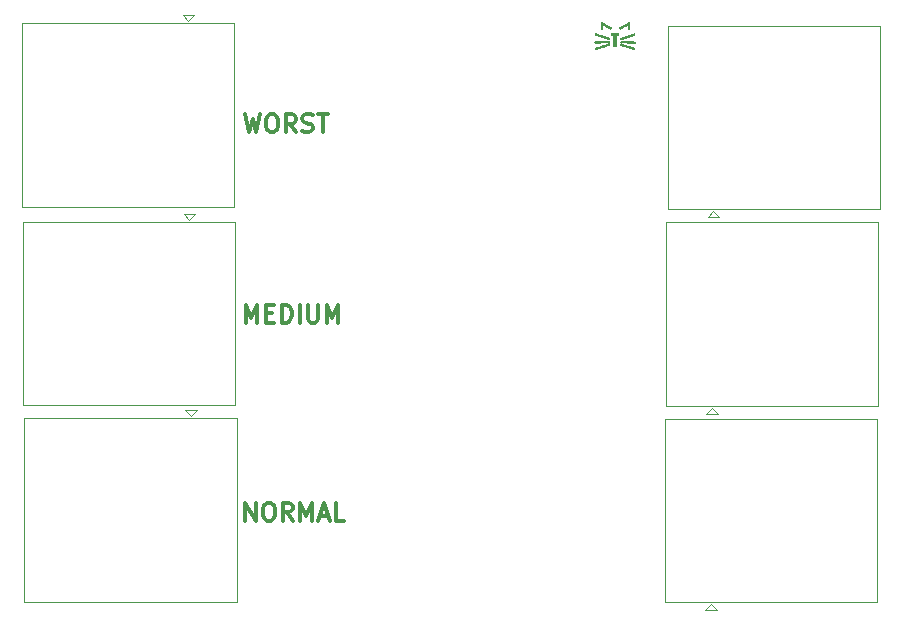
<source format=gbr>
G04 #@! TF.GenerationSoftware,KiCad,Pcbnew,(5.0.0)*
G04 #@! TF.CreationDate,2019-03-30T00:16:56-04:00*
G04 #@! TF.ProjectId,EthTester,4574685465737465722E6B696361645F,rev?*
G04 #@! TF.SameCoordinates,Original*
G04 #@! TF.FileFunction,Legend,Top*
G04 #@! TF.FilePolarity,Positive*
%FSLAX46Y46*%
G04 Gerber Fmt 4.6, Leading zero omitted, Abs format (unit mm)*
G04 Created by KiCad (PCBNEW (5.0.0)) date 03/30/19 00:16:56*
%MOMM*%
%LPD*%
G01*
G04 APERTURE LIST*
%ADD10C,0.300000*%
%ADD11C,0.120000*%
%ADD12C,0.010000*%
G04 APERTURE END LIST*
D10*
X113756714Y-76521571D02*
X114113857Y-78021571D01*
X114399571Y-76950142D01*
X114685285Y-78021571D01*
X115042428Y-76521571D01*
X115899571Y-76521571D02*
X116185285Y-76521571D01*
X116328142Y-76593000D01*
X116471000Y-76735857D01*
X116542428Y-77021571D01*
X116542428Y-77521571D01*
X116471000Y-77807285D01*
X116328142Y-77950142D01*
X116185285Y-78021571D01*
X115899571Y-78021571D01*
X115756714Y-77950142D01*
X115613857Y-77807285D01*
X115542428Y-77521571D01*
X115542428Y-77021571D01*
X115613857Y-76735857D01*
X115756714Y-76593000D01*
X115899571Y-76521571D01*
X118042428Y-78021571D02*
X117542428Y-77307285D01*
X117185285Y-78021571D02*
X117185285Y-76521571D01*
X117756714Y-76521571D01*
X117899571Y-76593000D01*
X117971000Y-76664428D01*
X118042428Y-76807285D01*
X118042428Y-77021571D01*
X117971000Y-77164428D01*
X117899571Y-77235857D01*
X117756714Y-77307285D01*
X117185285Y-77307285D01*
X118613857Y-77950142D02*
X118828142Y-78021571D01*
X119185285Y-78021571D01*
X119328142Y-77950142D01*
X119399571Y-77878714D01*
X119471000Y-77735857D01*
X119471000Y-77593000D01*
X119399571Y-77450142D01*
X119328142Y-77378714D01*
X119185285Y-77307285D01*
X118899571Y-77235857D01*
X118756714Y-77164428D01*
X118685285Y-77093000D01*
X118613857Y-76950142D01*
X118613857Y-76807285D01*
X118685285Y-76664428D01*
X118756714Y-76593000D01*
X118899571Y-76521571D01*
X119256714Y-76521571D01*
X119471000Y-76593000D01*
X119899571Y-76521571D02*
X120756714Y-76521571D01*
X120328142Y-78021571D02*
X120328142Y-76521571D01*
X113800428Y-94150571D02*
X113800428Y-92650571D01*
X114300428Y-93722000D01*
X114800428Y-92650571D01*
X114800428Y-94150571D01*
X115514714Y-93364857D02*
X116014714Y-93364857D01*
X116229000Y-94150571D02*
X115514714Y-94150571D01*
X115514714Y-92650571D01*
X116229000Y-92650571D01*
X116871857Y-94150571D02*
X116871857Y-92650571D01*
X117229000Y-92650571D01*
X117443285Y-92722000D01*
X117586142Y-92864857D01*
X117657571Y-93007714D01*
X117729000Y-93293428D01*
X117729000Y-93507714D01*
X117657571Y-93793428D01*
X117586142Y-93936285D01*
X117443285Y-94079142D01*
X117229000Y-94150571D01*
X116871857Y-94150571D01*
X118371857Y-94150571D02*
X118371857Y-92650571D01*
X119086142Y-92650571D02*
X119086142Y-93864857D01*
X119157571Y-94007714D01*
X119229000Y-94079142D01*
X119371857Y-94150571D01*
X119657571Y-94150571D01*
X119800428Y-94079142D01*
X119871857Y-94007714D01*
X119943285Y-93864857D01*
X119943285Y-92650571D01*
X120657571Y-94150571D02*
X120657571Y-92650571D01*
X121157571Y-93722000D01*
X121657571Y-92650571D01*
X121657571Y-94150571D01*
X113784571Y-110914571D02*
X113784571Y-109414571D01*
X114641714Y-110914571D01*
X114641714Y-109414571D01*
X115641714Y-109414571D02*
X115927428Y-109414571D01*
X116070285Y-109486000D01*
X116213142Y-109628857D01*
X116284571Y-109914571D01*
X116284571Y-110414571D01*
X116213142Y-110700285D01*
X116070285Y-110843142D01*
X115927428Y-110914571D01*
X115641714Y-110914571D01*
X115498857Y-110843142D01*
X115356000Y-110700285D01*
X115284571Y-110414571D01*
X115284571Y-109914571D01*
X115356000Y-109628857D01*
X115498857Y-109486000D01*
X115641714Y-109414571D01*
X117784571Y-110914571D02*
X117284571Y-110200285D01*
X116927428Y-110914571D02*
X116927428Y-109414571D01*
X117498857Y-109414571D01*
X117641714Y-109486000D01*
X117713142Y-109557428D01*
X117784571Y-109700285D01*
X117784571Y-109914571D01*
X117713142Y-110057428D01*
X117641714Y-110128857D01*
X117498857Y-110200285D01*
X116927428Y-110200285D01*
X118427428Y-110914571D02*
X118427428Y-109414571D01*
X118927428Y-110486000D01*
X119427428Y-109414571D01*
X119427428Y-110914571D01*
X120070285Y-110486000D02*
X120784571Y-110486000D01*
X119927428Y-110914571D02*
X120427428Y-109414571D01*
X120927428Y-110914571D01*
X122141714Y-110914571D02*
X121427428Y-110914571D01*
X121427428Y-109414571D01*
D11*
G04 #@! TO.C,J1*
X108547280Y-84935560D02*
X109047280Y-85435560D01*
X109547280Y-84935560D02*
X108547280Y-84935560D01*
X109047280Y-85435560D02*
X109547280Y-84935560D01*
X94967280Y-85620560D02*
X94967280Y-101140560D01*
X112927280Y-101140560D02*
X94967280Y-101140560D01*
X112927280Y-101140560D02*
X112927280Y-85620560D01*
X112927280Y-85620560D02*
X94967280Y-85620560D01*
G04 #@! TO.C,J2*
X108659040Y-101587800D02*
X109159040Y-102087800D01*
X109659040Y-101587800D02*
X108659040Y-101587800D01*
X109159040Y-102087800D02*
X109659040Y-101587800D01*
X95079040Y-102272800D02*
X95079040Y-117792800D01*
X113039040Y-117792800D02*
X95079040Y-117792800D01*
X113039040Y-117792800D02*
X113039040Y-102272800D01*
X113039040Y-102272800D02*
X95079040Y-102272800D01*
G04 #@! TO.C,J3*
X153910920Y-85208880D02*
X153410920Y-84708880D01*
X152910920Y-85208880D02*
X153910920Y-85208880D01*
X153410920Y-84708880D02*
X152910920Y-85208880D01*
X167490920Y-84523880D02*
X167490920Y-69003880D01*
X149530920Y-69003880D02*
X167490920Y-69003880D01*
X149530920Y-69003880D02*
X149530920Y-84523880D01*
X149530920Y-84523880D02*
X167490920Y-84523880D01*
G04 #@! TO.C,J4*
X149424240Y-101181200D02*
X167384240Y-101181200D01*
X149424240Y-85661200D02*
X149424240Y-101181200D01*
X149424240Y-85661200D02*
X167384240Y-85661200D01*
X167384240Y-101181200D02*
X167384240Y-85661200D01*
X153304240Y-101366200D02*
X152804240Y-101866200D01*
X152804240Y-101866200D02*
X153804240Y-101866200D01*
X153804240Y-101866200D02*
X153304240Y-101366200D01*
G04 #@! TO.C,J5*
X149317560Y-117833440D02*
X167277560Y-117833440D01*
X149317560Y-102313440D02*
X149317560Y-117833440D01*
X149317560Y-102313440D02*
X167277560Y-102313440D01*
X167277560Y-117833440D02*
X167277560Y-102313440D01*
X153197560Y-118018440D02*
X152697560Y-118518440D01*
X152697560Y-118518440D02*
X153697560Y-118518440D01*
X153697560Y-118518440D02*
X153197560Y-118018440D01*
G04 #@! TO.C,J6*
X112846000Y-68821000D02*
X94886000Y-68821000D01*
X112846000Y-84341000D02*
X112846000Y-68821000D01*
X112846000Y-84341000D02*
X94886000Y-84341000D01*
X94886000Y-68821000D02*
X94886000Y-84341000D01*
X108966000Y-68636000D02*
X109466000Y-68136000D01*
X109466000Y-68136000D02*
X108466000Y-68136000D01*
X108466000Y-68136000D02*
X108966000Y-68636000D01*
D12*
G04 #@! TO.C,G\002A\002A\002A*
G36*
X146291681Y-68693735D02*
X146291716Y-68701971D01*
X146291644Y-68715102D01*
X146291469Y-68732754D01*
X146291198Y-68754553D01*
X146290835Y-68780125D01*
X146290386Y-68809095D01*
X146289857Y-68841091D01*
X146289254Y-68875738D01*
X146288581Y-68912661D01*
X146287845Y-68951487D01*
X146287207Y-68983965D01*
X146286401Y-69024738D01*
X146285629Y-69064379D01*
X146284897Y-69102466D01*
X146284214Y-69138575D01*
X146283587Y-69172286D01*
X146283024Y-69203175D01*
X146282533Y-69230820D01*
X146282121Y-69254800D01*
X146281796Y-69274692D01*
X146281565Y-69290073D01*
X146281436Y-69300521D01*
X146281411Y-69304606D01*
X146281423Y-69333534D01*
X146159446Y-69333534D01*
X146161201Y-69276384D01*
X146161752Y-69257263D01*
X146162331Y-69235040D01*
X146162927Y-69210256D01*
X146163531Y-69183452D01*
X146164135Y-69155169D01*
X146164728Y-69125949D01*
X146165301Y-69096331D01*
X146165844Y-69066859D01*
X146166349Y-69038071D01*
X146166806Y-69010510D01*
X146167205Y-68984716D01*
X146167536Y-68961231D01*
X146167791Y-68940595D01*
X146167960Y-68923350D01*
X146168034Y-68910037D01*
X146168002Y-68901196D01*
X146167856Y-68897370D01*
X146167821Y-68897258D01*
X146165250Y-68898451D01*
X146158031Y-68902231D01*
X146146448Y-68908439D01*
X146130788Y-68916921D01*
X146111335Y-68927519D01*
X146088374Y-68940077D01*
X146062190Y-68954439D01*
X146033069Y-68970447D01*
X146001296Y-68987946D01*
X145967156Y-69006779D01*
X145930934Y-69026789D01*
X145892915Y-69047820D01*
X145853385Y-69069716D01*
X145832417Y-69081341D01*
X145792151Y-69103663D01*
X145753210Y-69125232D01*
X145715884Y-69145889D01*
X145680461Y-69165475D01*
X145647229Y-69183831D01*
X145616477Y-69200798D01*
X145588494Y-69216217D01*
X145563568Y-69229929D01*
X145541988Y-69241775D01*
X145524043Y-69251596D01*
X145510021Y-69259234D01*
X145500211Y-69264528D01*
X145494901Y-69267320D01*
X145494023Y-69267729D01*
X145491359Y-69266247D01*
X145486926Y-69260702D01*
X145480551Y-69250828D01*
X145472059Y-69236358D01*
X145462978Y-69220122D01*
X145454670Y-69204890D01*
X145447339Y-69191160D01*
X145441418Y-69179764D01*
X145437337Y-69171537D01*
X145435529Y-69167310D01*
X145435486Y-69167121D01*
X145437147Y-69165294D01*
X145442500Y-69161531D01*
X145451681Y-69155753D01*
X145464827Y-69147883D01*
X145482075Y-69137842D01*
X145503562Y-69125550D01*
X145529426Y-69110929D01*
X145559802Y-69093901D01*
X145594828Y-69074386D01*
X145634640Y-69052306D01*
X145649975Y-69043823D01*
X145689284Y-69022085D01*
X145732414Y-68998225D01*
X145778344Y-68972809D01*
X145826054Y-68946402D01*
X145874522Y-68919569D01*
X145922728Y-68892876D01*
X145969649Y-68866889D01*
X146014264Y-68842172D01*
X146055553Y-68819290D01*
X146077597Y-68807071D01*
X146109533Y-68789391D01*
X146140048Y-68772549D01*
X146168781Y-68756741D01*
X146195375Y-68742161D01*
X146219470Y-68729004D01*
X146240707Y-68717467D01*
X146258727Y-68707743D01*
X146273171Y-68700028D01*
X146283680Y-68694517D01*
X146289896Y-68691405D01*
X146291532Y-68690769D01*
X146291681Y-68693735D01*
X146291681Y-68693735D01*
G37*
X146291681Y-68693735D02*
X146291716Y-68701971D01*
X146291644Y-68715102D01*
X146291469Y-68732754D01*
X146291198Y-68754553D01*
X146290835Y-68780125D01*
X146290386Y-68809095D01*
X146289857Y-68841091D01*
X146289254Y-68875738D01*
X146288581Y-68912661D01*
X146287845Y-68951487D01*
X146287207Y-68983965D01*
X146286401Y-69024738D01*
X146285629Y-69064379D01*
X146284897Y-69102466D01*
X146284214Y-69138575D01*
X146283587Y-69172286D01*
X146283024Y-69203175D01*
X146282533Y-69230820D01*
X146282121Y-69254800D01*
X146281796Y-69274692D01*
X146281565Y-69290073D01*
X146281436Y-69300521D01*
X146281411Y-69304606D01*
X146281423Y-69333534D01*
X146159446Y-69333534D01*
X146161201Y-69276384D01*
X146161752Y-69257263D01*
X146162331Y-69235040D01*
X146162927Y-69210256D01*
X146163531Y-69183452D01*
X146164135Y-69155169D01*
X146164728Y-69125949D01*
X146165301Y-69096331D01*
X146165844Y-69066859D01*
X146166349Y-69038071D01*
X146166806Y-69010510D01*
X146167205Y-68984716D01*
X146167536Y-68961231D01*
X146167791Y-68940595D01*
X146167960Y-68923350D01*
X146168034Y-68910037D01*
X146168002Y-68901196D01*
X146167856Y-68897370D01*
X146167821Y-68897258D01*
X146165250Y-68898451D01*
X146158031Y-68902231D01*
X146146448Y-68908439D01*
X146130788Y-68916921D01*
X146111335Y-68927519D01*
X146088374Y-68940077D01*
X146062190Y-68954439D01*
X146033069Y-68970447D01*
X146001296Y-68987946D01*
X145967156Y-69006779D01*
X145930934Y-69026789D01*
X145892915Y-69047820D01*
X145853385Y-69069716D01*
X145832417Y-69081341D01*
X145792151Y-69103663D01*
X145753210Y-69125232D01*
X145715884Y-69145889D01*
X145680461Y-69165475D01*
X145647229Y-69183831D01*
X145616477Y-69200798D01*
X145588494Y-69216217D01*
X145563568Y-69229929D01*
X145541988Y-69241775D01*
X145524043Y-69251596D01*
X145510021Y-69259234D01*
X145500211Y-69264528D01*
X145494901Y-69267320D01*
X145494023Y-69267729D01*
X145491359Y-69266247D01*
X145486926Y-69260702D01*
X145480551Y-69250828D01*
X145472059Y-69236358D01*
X145462978Y-69220122D01*
X145454670Y-69204890D01*
X145447339Y-69191160D01*
X145441418Y-69179764D01*
X145437337Y-69171537D01*
X145435529Y-69167310D01*
X145435486Y-69167121D01*
X145437147Y-69165294D01*
X145442500Y-69161531D01*
X145451681Y-69155753D01*
X145464827Y-69147883D01*
X145482075Y-69137842D01*
X145503562Y-69125550D01*
X145529426Y-69110929D01*
X145559802Y-69093901D01*
X145594828Y-69074386D01*
X145634640Y-69052306D01*
X145649975Y-69043823D01*
X145689284Y-69022085D01*
X145732414Y-68998225D01*
X145778344Y-68972809D01*
X145826054Y-68946402D01*
X145874522Y-68919569D01*
X145922728Y-68892876D01*
X145969649Y-68866889D01*
X146014264Y-68842172D01*
X146055553Y-68819290D01*
X146077597Y-68807071D01*
X146109533Y-68789391D01*
X146140048Y-68772549D01*
X146168781Y-68756741D01*
X146195375Y-68742161D01*
X146219470Y-68729004D01*
X146240707Y-68717467D01*
X146258727Y-68707743D01*
X146273171Y-68700028D01*
X146283680Y-68694517D01*
X146289896Y-68691405D01*
X146291532Y-68690769D01*
X146291681Y-68693735D01*
G36*
X143872208Y-68691914D02*
X143879427Y-68695598D01*
X143890899Y-68701656D01*
X143906282Y-68709905D01*
X143925236Y-68720158D01*
X143947423Y-68732231D01*
X143972501Y-68745938D01*
X144000130Y-68761094D01*
X144029972Y-68777515D01*
X144061685Y-68795014D01*
X144094929Y-68813407D01*
X144107527Y-68820388D01*
X144147028Y-68842287D01*
X144189237Y-68865678D01*
X144233331Y-68890106D01*
X144278488Y-68915116D01*
X144323887Y-68940254D01*
X144368706Y-68965064D01*
X144412124Y-68989092D01*
X144453318Y-69011882D01*
X144491468Y-69032981D01*
X144525750Y-69051932D01*
X144535176Y-69057141D01*
X144571439Y-69077200D01*
X144603031Y-69094731D01*
X144630239Y-69109900D01*
X144653349Y-69122875D01*
X144672650Y-69133823D01*
X144688429Y-69142911D01*
X144700973Y-69150307D01*
X144710568Y-69156178D01*
X144717504Y-69160692D01*
X144722066Y-69164016D01*
X144724542Y-69166317D01*
X144725219Y-69167762D01*
X144725205Y-69167841D01*
X144723522Y-69171810D01*
X144719537Y-69179853D01*
X144713697Y-69191112D01*
X144706445Y-69204731D01*
X144698229Y-69219852D01*
X144697685Y-69220842D01*
X144687352Y-69239306D01*
X144679272Y-69252943D01*
X144673271Y-69262022D01*
X144669172Y-69266812D01*
X144667111Y-69267729D01*
X144664175Y-69266255D01*
X144656593Y-69262200D01*
X144644654Y-69255722D01*
X144628646Y-69246979D01*
X144608859Y-69236132D01*
X144585580Y-69223339D01*
X144559099Y-69208759D01*
X144529704Y-69192551D01*
X144497684Y-69174874D01*
X144463327Y-69155887D01*
X144426922Y-69135749D01*
X144388758Y-69114618D01*
X144349123Y-69092655D01*
X144328717Y-69081341D01*
X144288516Y-69059059D01*
X144249678Y-69037561D01*
X144212489Y-69017004D01*
X144177234Y-68997543D01*
X144144198Y-68979335D01*
X144113667Y-68962537D01*
X144085925Y-68947305D01*
X144061258Y-68933796D01*
X144039951Y-68922166D01*
X144022289Y-68912571D01*
X144008557Y-68905168D01*
X143999040Y-68900114D01*
X143994024Y-68897566D01*
X143993289Y-68897282D01*
X143993122Y-68900241D01*
X143993070Y-68908303D01*
X143993125Y-68920925D01*
X143993277Y-68937567D01*
X143993516Y-68957687D01*
X143993833Y-68980745D01*
X143994220Y-69006198D01*
X143994665Y-69033506D01*
X143995160Y-69062128D01*
X143995696Y-69091522D01*
X143996262Y-69121147D01*
X143996850Y-69150462D01*
X143997451Y-69178926D01*
X143998054Y-69205998D01*
X143998650Y-69231136D01*
X143999230Y-69253800D01*
X143999784Y-69273447D01*
X143999917Y-69277795D01*
X144001647Y-69333534D01*
X143879711Y-69333534D01*
X143879721Y-69304606D01*
X143879666Y-69297769D01*
X143879503Y-69285711D01*
X143879240Y-69268854D01*
X143878885Y-69247621D01*
X143878445Y-69222434D01*
X143877928Y-69193715D01*
X143877342Y-69161886D01*
X143876694Y-69127370D01*
X143875992Y-69090589D01*
X143875244Y-69051965D01*
X143874457Y-69011920D01*
X143873902Y-68983988D01*
X143873115Y-68943899D01*
X143872389Y-68905411D01*
X143871727Y-68868898D01*
X143871137Y-68834733D01*
X143870623Y-68803291D01*
X143870190Y-68774946D01*
X143869845Y-68750071D01*
X143869593Y-68729042D01*
X143869439Y-68712232D01*
X143869389Y-68700014D01*
X143869449Y-68692764D01*
X143869580Y-68690791D01*
X143872208Y-68691914D01*
X143872208Y-68691914D01*
G37*
X143872208Y-68691914D02*
X143879427Y-68695598D01*
X143890899Y-68701656D01*
X143906282Y-68709905D01*
X143925236Y-68720158D01*
X143947423Y-68732231D01*
X143972501Y-68745938D01*
X144000130Y-68761094D01*
X144029972Y-68777515D01*
X144061685Y-68795014D01*
X144094929Y-68813407D01*
X144107527Y-68820388D01*
X144147028Y-68842287D01*
X144189237Y-68865678D01*
X144233331Y-68890106D01*
X144278488Y-68915116D01*
X144323887Y-68940254D01*
X144368706Y-68965064D01*
X144412124Y-68989092D01*
X144453318Y-69011882D01*
X144491468Y-69032981D01*
X144525750Y-69051932D01*
X144535176Y-69057141D01*
X144571439Y-69077200D01*
X144603031Y-69094731D01*
X144630239Y-69109900D01*
X144653349Y-69122875D01*
X144672650Y-69133823D01*
X144688429Y-69142911D01*
X144700973Y-69150307D01*
X144710568Y-69156178D01*
X144717504Y-69160692D01*
X144722066Y-69164016D01*
X144724542Y-69166317D01*
X144725219Y-69167762D01*
X144725205Y-69167841D01*
X144723522Y-69171810D01*
X144719537Y-69179853D01*
X144713697Y-69191112D01*
X144706445Y-69204731D01*
X144698229Y-69219852D01*
X144697685Y-69220842D01*
X144687352Y-69239306D01*
X144679272Y-69252943D01*
X144673271Y-69262022D01*
X144669172Y-69266812D01*
X144667111Y-69267729D01*
X144664175Y-69266255D01*
X144656593Y-69262200D01*
X144644654Y-69255722D01*
X144628646Y-69246979D01*
X144608859Y-69236132D01*
X144585580Y-69223339D01*
X144559099Y-69208759D01*
X144529704Y-69192551D01*
X144497684Y-69174874D01*
X144463327Y-69155887D01*
X144426922Y-69135749D01*
X144388758Y-69114618D01*
X144349123Y-69092655D01*
X144328717Y-69081341D01*
X144288516Y-69059059D01*
X144249678Y-69037561D01*
X144212489Y-69017004D01*
X144177234Y-68997543D01*
X144144198Y-68979335D01*
X144113667Y-68962537D01*
X144085925Y-68947305D01*
X144061258Y-68933796D01*
X144039951Y-68922166D01*
X144022289Y-68912571D01*
X144008557Y-68905168D01*
X143999040Y-68900114D01*
X143994024Y-68897566D01*
X143993289Y-68897282D01*
X143993122Y-68900241D01*
X143993070Y-68908303D01*
X143993125Y-68920925D01*
X143993277Y-68937567D01*
X143993516Y-68957687D01*
X143993833Y-68980745D01*
X143994220Y-69006198D01*
X143994665Y-69033506D01*
X143995160Y-69062128D01*
X143995696Y-69091522D01*
X143996262Y-69121147D01*
X143996850Y-69150462D01*
X143997451Y-69178926D01*
X143998054Y-69205998D01*
X143998650Y-69231136D01*
X143999230Y-69253800D01*
X143999784Y-69273447D01*
X143999917Y-69277795D01*
X144001647Y-69333534D01*
X143879711Y-69333534D01*
X143879721Y-69304606D01*
X143879666Y-69297769D01*
X143879503Y-69285711D01*
X143879240Y-69268854D01*
X143878885Y-69247621D01*
X143878445Y-69222434D01*
X143877928Y-69193715D01*
X143877342Y-69161886D01*
X143876694Y-69127370D01*
X143875992Y-69090589D01*
X143875244Y-69051965D01*
X143874457Y-69011920D01*
X143873902Y-68983988D01*
X143873115Y-68943899D01*
X143872389Y-68905411D01*
X143871727Y-68868898D01*
X143871137Y-68834733D01*
X143870623Y-68803291D01*
X143870190Y-68774946D01*
X143869845Y-68750071D01*
X143869593Y-68729042D01*
X143869439Y-68712232D01*
X143869389Y-68700014D01*
X143869449Y-68692764D01*
X143869580Y-68690791D01*
X143872208Y-68691914D01*
G36*
X143415763Y-69667411D02*
X143423699Y-69669911D01*
X143436404Y-69673961D01*
X143453582Y-69679464D01*
X143474934Y-69686323D01*
X143500163Y-69694443D01*
X143528972Y-69703726D01*
X143561063Y-69714077D01*
X143596140Y-69725400D01*
X143633904Y-69737597D01*
X143674058Y-69750573D01*
X143716304Y-69764231D01*
X143760346Y-69778475D01*
X143805887Y-69793208D01*
X143852627Y-69808335D01*
X143900271Y-69823758D01*
X143948521Y-69839382D01*
X143997079Y-69855110D01*
X144045648Y-69870846D01*
X144093931Y-69886494D01*
X144141630Y-69901956D01*
X144188448Y-69917138D01*
X144234087Y-69931941D01*
X144278251Y-69946271D01*
X144320641Y-69960031D01*
X144360960Y-69973124D01*
X144398911Y-69985454D01*
X144434197Y-69996925D01*
X144466519Y-70007441D01*
X144495581Y-70016904D01*
X144521086Y-70025219D01*
X144542735Y-70032290D01*
X144560232Y-70038020D01*
X144573279Y-70042312D01*
X144581579Y-70045071D01*
X144584834Y-70046199D01*
X144584870Y-70046219D01*
X144584489Y-70049183D01*
X144582619Y-70056509D01*
X144579564Y-70067234D01*
X144575627Y-70080401D01*
X144571113Y-70095047D01*
X144566325Y-70110214D01*
X144561566Y-70124940D01*
X144557142Y-70138267D01*
X144553354Y-70149233D01*
X144550508Y-70156879D01*
X144548906Y-70160244D01*
X144548775Y-70160321D01*
X144545976Y-70159453D01*
X144538051Y-70156926D01*
X144525245Y-70152818D01*
X144507801Y-70147208D01*
X144485965Y-70140176D01*
X144459980Y-70131800D01*
X144430090Y-70122159D01*
X144396541Y-70111332D01*
X144359576Y-70099398D01*
X144319440Y-70086435D01*
X144276376Y-70072523D01*
X144230630Y-70057740D01*
X144182445Y-70042166D01*
X144132067Y-70025879D01*
X144079738Y-70008957D01*
X144025704Y-69991481D01*
X143970209Y-69973528D01*
X143961556Y-69970729D01*
X143905871Y-69952712D01*
X143851618Y-69935157D01*
X143799041Y-69918144D01*
X143748383Y-69901750D01*
X143699889Y-69886055D01*
X143653802Y-69871139D01*
X143610366Y-69857079D01*
X143569824Y-69843954D01*
X143532421Y-69831845D01*
X143498400Y-69820829D01*
X143468005Y-69810985D01*
X143441480Y-69802393D01*
X143419068Y-69795131D01*
X143401013Y-69789278D01*
X143387559Y-69784913D01*
X143378950Y-69782116D01*
X143375429Y-69780964D01*
X143375354Y-69780938D01*
X143375896Y-69778252D01*
X143377945Y-69771174D01*
X143381189Y-69760655D01*
X143385317Y-69747646D01*
X143390016Y-69733098D01*
X143394975Y-69717962D01*
X143399880Y-69703189D01*
X143404421Y-69689730D01*
X143408285Y-69678536D01*
X143411159Y-69670558D01*
X143412732Y-69666747D01*
X143412893Y-69666556D01*
X143415763Y-69667411D01*
X143415763Y-69667411D01*
G37*
X143415763Y-69667411D02*
X143423699Y-69669911D01*
X143436404Y-69673961D01*
X143453582Y-69679464D01*
X143474934Y-69686323D01*
X143500163Y-69694443D01*
X143528972Y-69703726D01*
X143561063Y-69714077D01*
X143596140Y-69725400D01*
X143633904Y-69737597D01*
X143674058Y-69750573D01*
X143716304Y-69764231D01*
X143760346Y-69778475D01*
X143805887Y-69793208D01*
X143852627Y-69808335D01*
X143900271Y-69823758D01*
X143948521Y-69839382D01*
X143997079Y-69855110D01*
X144045648Y-69870846D01*
X144093931Y-69886494D01*
X144141630Y-69901956D01*
X144188448Y-69917138D01*
X144234087Y-69931941D01*
X144278251Y-69946271D01*
X144320641Y-69960031D01*
X144360960Y-69973124D01*
X144398911Y-69985454D01*
X144434197Y-69996925D01*
X144466519Y-70007441D01*
X144495581Y-70016904D01*
X144521086Y-70025219D01*
X144542735Y-70032290D01*
X144560232Y-70038020D01*
X144573279Y-70042312D01*
X144581579Y-70045071D01*
X144584834Y-70046199D01*
X144584870Y-70046219D01*
X144584489Y-70049183D01*
X144582619Y-70056509D01*
X144579564Y-70067234D01*
X144575627Y-70080401D01*
X144571113Y-70095047D01*
X144566325Y-70110214D01*
X144561566Y-70124940D01*
X144557142Y-70138267D01*
X144553354Y-70149233D01*
X144550508Y-70156879D01*
X144548906Y-70160244D01*
X144548775Y-70160321D01*
X144545976Y-70159453D01*
X144538051Y-70156926D01*
X144525245Y-70152818D01*
X144507801Y-70147208D01*
X144485965Y-70140176D01*
X144459980Y-70131800D01*
X144430090Y-70122159D01*
X144396541Y-70111332D01*
X144359576Y-70099398D01*
X144319440Y-70086435D01*
X144276376Y-70072523D01*
X144230630Y-70057740D01*
X144182445Y-70042166D01*
X144132067Y-70025879D01*
X144079738Y-70008957D01*
X144025704Y-69991481D01*
X143970209Y-69973528D01*
X143961556Y-69970729D01*
X143905871Y-69952712D01*
X143851618Y-69935157D01*
X143799041Y-69918144D01*
X143748383Y-69901750D01*
X143699889Y-69886055D01*
X143653802Y-69871139D01*
X143610366Y-69857079D01*
X143569824Y-69843954D01*
X143532421Y-69831845D01*
X143498400Y-69820829D01*
X143468005Y-69810985D01*
X143441480Y-69802393D01*
X143419068Y-69795131D01*
X143401013Y-69789278D01*
X143387559Y-69784913D01*
X143378950Y-69782116D01*
X143375429Y-69780964D01*
X143375354Y-69780938D01*
X143375896Y-69778252D01*
X143377945Y-69771174D01*
X143381189Y-69760655D01*
X143385317Y-69747646D01*
X143390016Y-69733098D01*
X143394975Y-69717962D01*
X143399880Y-69703189D01*
X143404421Y-69689730D01*
X143408285Y-69678536D01*
X143411159Y-69670558D01*
X143412732Y-69666747D01*
X143412893Y-69666556D01*
X143415763Y-69667411D01*
G36*
X146684105Y-69676008D02*
X146685734Y-69679392D01*
X146688597Y-69687071D01*
X146692386Y-69698069D01*
X146696795Y-69711409D01*
X146701519Y-69726117D01*
X146706250Y-69741215D01*
X146710683Y-69755729D01*
X146714511Y-69768681D01*
X146717428Y-69779097D01*
X146719128Y-69785999D01*
X146719372Y-69788394D01*
X146716616Y-69789366D01*
X146708788Y-69791978D01*
X146696185Y-69796135D01*
X146679105Y-69801739D01*
X146657846Y-69808694D01*
X146632706Y-69816904D01*
X146603983Y-69826271D01*
X146571975Y-69836700D01*
X146536979Y-69848093D01*
X146499294Y-69860354D01*
X146459217Y-69873386D01*
X146417046Y-69887093D01*
X146373079Y-69901378D01*
X146327614Y-69916144D01*
X146280949Y-69931296D01*
X146233382Y-69946735D01*
X146185209Y-69962366D01*
X146136731Y-69978092D01*
X146088243Y-69993817D01*
X146040045Y-70009443D01*
X145992433Y-70024874D01*
X145945706Y-70040014D01*
X145900162Y-70054766D01*
X145856099Y-70069033D01*
X145813814Y-70082719D01*
X145773605Y-70095726D01*
X145735770Y-70107959D01*
X145700608Y-70119321D01*
X145668415Y-70129715D01*
X145639490Y-70139045D01*
X145614130Y-70147214D01*
X145592634Y-70154125D01*
X145575300Y-70159681D01*
X145562424Y-70163787D01*
X145554306Y-70166345D01*
X145551878Y-70167087D01*
X145549858Y-70167232D01*
X145547903Y-70165977D01*
X145545731Y-70162674D01*
X145543062Y-70156677D01*
X145539613Y-70147340D01*
X145535103Y-70134017D01*
X145529250Y-70116061D01*
X145528079Y-70112430D01*
X145522740Y-70095597D01*
X145518162Y-70080632D01*
X145514579Y-70068345D01*
X145512223Y-70059546D01*
X145511331Y-70055046D01*
X145511388Y-70054650D01*
X145514246Y-70053577D01*
X145522171Y-70050878D01*
X145534864Y-70046647D01*
X145552028Y-70040981D01*
X145573367Y-70033976D01*
X145598582Y-70025728D01*
X145627378Y-70016332D01*
X145659456Y-70005885D01*
X145694520Y-69994482D01*
X145732272Y-69982220D01*
X145772416Y-69969194D01*
X145814654Y-69955501D01*
X145858689Y-69941236D01*
X145904224Y-69926495D01*
X145950962Y-69911374D01*
X145998605Y-69895970D01*
X146046857Y-69880377D01*
X146095420Y-69864692D01*
X146143997Y-69849012D01*
X146192292Y-69833431D01*
X146240006Y-69818046D01*
X146286843Y-69802953D01*
X146332506Y-69788247D01*
X146376697Y-69774025D01*
X146419120Y-69760383D01*
X146459477Y-69747416D01*
X146497471Y-69735220D01*
X146532805Y-69723892D01*
X146565181Y-69713528D01*
X146594303Y-69704222D01*
X146619874Y-69696072D01*
X146641596Y-69689173D01*
X146659172Y-69683621D01*
X146672306Y-69679512D01*
X146680699Y-69676942D01*
X146684055Y-69676007D01*
X146684105Y-69676008D01*
X146684105Y-69676008D01*
G37*
X146684105Y-69676008D02*
X146685734Y-69679392D01*
X146688597Y-69687071D01*
X146692386Y-69698069D01*
X146696795Y-69711409D01*
X146701519Y-69726117D01*
X146706250Y-69741215D01*
X146710683Y-69755729D01*
X146714511Y-69768681D01*
X146717428Y-69779097D01*
X146719128Y-69785999D01*
X146719372Y-69788394D01*
X146716616Y-69789366D01*
X146708788Y-69791978D01*
X146696185Y-69796135D01*
X146679105Y-69801739D01*
X146657846Y-69808694D01*
X146632706Y-69816904D01*
X146603983Y-69826271D01*
X146571975Y-69836700D01*
X146536979Y-69848093D01*
X146499294Y-69860354D01*
X146459217Y-69873386D01*
X146417046Y-69887093D01*
X146373079Y-69901378D01*
X146327614Y-69916144D01*
X146280949Y-69931296D01*
X146233382Y-69946735D01*
X146185209Y-69962366D01*
X146136731Y-69978092D01*
X146088243Y-69993817D01*
X146040045Y-70009443D01*
X145992433Y-70024874D01*
X145945706Y-70040014D01*
X145900162Y-70054766D01*
X145856099Y-70069033D01*
X145813814Y-70082719D01*
X145773605Y-70095726D01*
X145735770Y-70107959D01*
X145700608Y-70119321D01*
X145668415Y-70129715D01*
X145639490Y-70139045D01*
X145614130Y-70147214D01*
X145592634Y-70154125D01*
X145575300Y-70159681D01*
X145562424Y-70163787D01*
X145554306Y-70166345D01*
X145551878Y-70167087D01*
X145549858Y-70167232D01*
X145547903Y-70165977D01*
X145545731Y-70162674D01*
X145543062Y-70156677D01*
X145539613Y-70147340D01*
X145535103Y-70134017D01*
X145529250Y-70116061D01*
X145528079Y-70112430D01*
X145522740Y-70095597D01*
X145518162Y-70080632D01*
X145514579Y-70068345D01*
X145512223Y-70059546D01*
X145511331Y-70055046D01*
X145511388Y-70054650D01*
X145514246Y-70053577D01*
X145522171Y-70050878D01*
X145534864Y-70046647D01*
X145552028Y-70040981D01*
X145573367Y-70033976D01*
X145598582Y-70025728D01*
X145627378Y-70016332D01*
X145659456Y-70005885D01*
X145694520Y-69994482D01*
X145732272Y-69982220D01*
X145772416Y-69969194D01*
X145814654Y-69955501D01*
X145858689Y-69941236D01*
X145904224Y-69926495D01*
X145950962Y-69911374D01*
X145998605Y-69895970D01*
X146046857Y-69880377D01*
X146095420Y-69864692D01*
X146143997Y-69849012D01*
X146192292Y-69833431D01*
X146240006Y-69818046D01*
X146286843Y-69802953D01*
X146332506Y-69788247D01*
X146376697Y-69774025D01*
X146419120Y-69760383D01*
X146459477Y-69747416D01*
X146497471Y-69735220D01*
X146532805Y-69723892D01*
X146565181Y-69713528D01*
X146594303Y-69704222D01*
X146619874Y-69696072D01*
X146641596Y-69689173D01*
X146659172Y-69683621D01*
X146672306Y-69679512D01*
X146680699Y-69676942D01*
X146684055Y-69676007D01*
X146684105Y-69676008D01*
G36*
X144547682Y-70276814D02*
X144548442Y-70284427D01*
X144549386Y-70295626D01*
X144550445Y-70309389D01*
X144551549Y-70324693D01*
X144552627Y-70340515D01*
X144553611Y-70355831D01*
X144554430Y-70369619D01*
X144555015Y-70380855D01*
X144555296Y-70388517D01*
X144555203Y-70391581D01*
X144555202Y-70391583D01*
X144552352Y-70391881D01*
X144544186Y-70392537D01*
X144531020Y-70393531D01*
X144513171Y-70394840D01*
X144490955Y-70396443D01*
X144464686Y-70398318D01*
X144434682Y-70400444D01*
X144401258Y-70402798D01*
X144364730Y-70405359D01*
X144325414Y-70408106D01*
X144283626Y-70411016D01*
X144239683Y-70414068D01*
X144193899Y-70417241D01*
X144146591Y-70420512D01*
X144098076Y-70423860D01*
X144048668Y-70427264D01*
X143998684Y-70430701D01*
X143948441Y-70434150D01*
X143898253Y-70437589D01*
X143848437Y-70440997D01*
X143799308Y-70444351D01*
X143751184Y-70447631D01*
X143704379Y-70450814D01*
X143659210Y-70453879D01*
X143615993Y-70456804D01*
X143575043Y-70459568D01*
X143536677Y-70462148D01*
X143501211Y-70464524D01*
X143468960Y-70466672D01*
X143440241Y-70468573D01*
X143415369Y-70470203D01*
X143394661Y-70471542D01*
X143378432Y-70472568D01*
X143366999Y-70473258D01*
X143360677Y-70473592D01*
X143359717Y-70473621D01*
X143351632Y-70473479D01*
X143347678Y-70472234D01*
X143346342Y-70468873D01*
X143346151Y-70464539D01*
X143345892Y-70458739D01*
X143345274Y-70448447D01*
X143344373Y-70434799D01*
X143343262Y-70418930D01*
X143342316Y-70405978D01*
X143341154Y-70389952D01*
X143340203Y-70376018D01*
X143339520Y-70365093D01*
X143339162Y-70358092D01*
X143339160Y-70355907D01*
X143341997Y-70355625D01*
X143350152Y-70354986D01*
X143363310Y-70354013D01*
X143381157Y-70352726D01*
X143403379Y-70351147D01*
X143429660Y-70349297D01*
X143459688Y-70347197D01*
X143493147Y-70344870D01*
X143529724Y-70342336D01*
X143569103Y-70339616D01*
X143610971Y-70336733D01*
X143655014Y-70333707D01*
X143700916Y-70330559D01*
X143748364Y-70327312D01*
X143797044Y-70323986D01*
X143846640Y-70320604D01*
X143896839Y-70317185D01*
X143947327Y-70313752D01*
X143997789Y-70310325D01*
X144047911Y-70306927D01*
X144097378Y-70303579D01*
X144145876Y-70300301D01*
X144193092Y-70297116D01*
X144238709Y-70294045D01*
X144282415Y-70291108D01*
X144323895Y-70288328D01*
X144362835Y-70285726D01*
X144398920Y-70283323D01*
X144431835Y-70281141D01*
X144461268Y-70279200D01*
X144486903Y-70277523D01*
X144508426Y-70276130D01*
X144525522Y-70275043D01*
X144537878Y-70274284D01*
X144545179Y-70273873D01*
X144547175Y-70273812D01*
X144547682Y-70276814D01*
X144547682Y-70276814D01*
G37*
X144547682Y-70276814D02*
X144548442Y-70284427D01*
X144549386Y-70295626D01*
X144550445Y-70309389D01*
X144551549Y-70324693D01*
X144552627Y-70340515D01*
X144553611Y-70355831D01*
X144554430Y-70369619D01*
X144555015Y-70380855D01*
X144555296Y-70388517D01*
X144555203Y-70391581D01*
X144555202Y-70391583D01*
X144552352Y-70391881D01*
X144544186Y-70392537D01*
X144531020Y-70393531D01*
X144513171Y-70394840D01*
X144490955Y-70396443D01*
X144464686Y-70398318D01*
X144434682Y-70400444D01*
X144401258Y-70402798D01*
X144364730Y-70405359D01*
X144325414Y-70408106D01*
X144283626Y-70411016D01*
X144239683Y-70414068D01*
X144193899Y-70417241D01*
X144146591Y-70420512D01*
X144098076Y-70423860D01*
X144048668Y-70427264D01*
X143998684Y-70430701D01*
X143948441Y-70434150D01*
X143898253Y-70437589D01*
X143848437Y-70440997D01*
X143799308Y-70444351D01*
X143751184Y-70447631D01*
X143704379Y-70450814D01*
X143659210Y-70453879D01*
X143615993Y-70456804D01*
X143575043Y-70459568D01*
X143536677Y-70462148D01*
X143501211Y-70464524D01*
X143468960Y-70466672D01*
X143440241Y-70468573D01*
X143415369Y-70470203D01*
X143394661Y-70471542D01*
X143378432Y-70472568D01*
X143366999Y-70473258D01*
X143360677Y-70473592D01*
X143359717Y-70473621D01*
X143351632Y-70473479D01*
X143347678Y-70472234D01*
X143346342Y-70468873D01*
X143346151Y-70464539D01*
X143345892Y-70458739D01*
X143345274Y-70448447D01*
X143344373Y-70434799D01*
X143343262Y-70418930D01*
X143342316Y-70405978D01*
X143341154Y-70389952D01*
X143340203Y-70376018D01*
X143339520Y-70365093D01*
X143339162Y-70358092D01*
X143339160Y-70355907D01*
X143341997Y-70355625D01*
X143350152Y-70354986D01*
X143363310Y-70354013D01*
X143381157Y-70352726D01*
X143403379Y-70351147D01*
X143429660Y-70349297D01*
X143459688Y-70347197D01*
X143493147Y-70344870D01*
X143529724Y-70342336D01*
X143569103Y-70339616D01*
X143610971Y-70336733D01*
X143655014Y-70333707D01*
X143700916Y-70330559D01*
X143748364Y-70327312D01*
X143797044Y-70323986D01*
X143846640Y-70320604D01*
X143896839Y-70317185D01*
X143947327Y-70313752D01*
X143997789Y-70310325D01*
X144047911Y-70306927D01*
X144097378Y-70303579D01*
X144145876Y-70300301D01*
X144193092Y-70297116D01*
X144238709Y-70294045D01*
X144282415Y-70291108D01*
X144323895Y-70288328D01*
X144362835Y-70285726D01*
X144398920Y-70283323D01*
X144431835Y-70281141D01*
X144461268Y-70279200D01*
X144486903Y-70277523D01*
X144508426Y-70276130D01*
X144525522Y-70275043D01*
X144537878Y-70274284D01*
X144545179Y-70273873D01*
X144547175Y-70273812D01*
X144547682Y-70276814D01*
G36*
X145552109Y-70282253D02*
X145560277Y-70282715D01*
X145573447Y-70283522D01*
X145591305Y-70284654D01*
X145613537Y-70286088D01*
X145639828Y-70287805D01*
X145669864Y-70289781D01*
X145703331Y-70291997D01*
X145739914Y-70294430D01*
X145779299Y-70297059D01*
X145821172Y-70299863D01*
X145865218Y-70302820D01*
X145911123Y-70305909D01*
X145958572Y-70309109D01*
X146007252Y-70312399D01*
X146056848Y-70315756D01*
X146107045Y-70319160D01*
X146157529Y-70322589D01*
X146207986Y-70326022D01*
X146258102Y-70329438D01*
X146307562Y-70332814D01*
X146356052Y-70336131D01*
X146403257Y-70339365D01*
X146448863Y-70342497D01*
X146492556Y-70345505D01*
X146534022Y-70348366D01*
X146572945Y-70351061D01*
X146609012Y-70353567D01*
X146641909Y-70355864D01*
X146671321Y-70357929D01*
X146696933Y-70359742D01*
X146718432Y-70361280D01*
X146735503Y-70362524D01*
X146747832Y-70363451D01*
X146755104Y-70364040D01*
X146757073Y-70364256D01*
X146757117Y-70367185D01*
X146756777Y-70374849D01*
X146756105Y-70386356D01*
X146755154Y-70400813D01*
X146753980Y-70417267D01*
X146752744Y-70434257D01*
X146751660Y-70449642D01*
X146750798Y-70462402D01*
X146750227Y-70471512D01*
X146750017Y-70475828D01*
X146749569Y-70479190D01*
X146747530Y-70481058D01*
X146742648Y-70481823D01*
X146733669Y-70481879D01*
X146730861Y-70481832D01*
X146726207Y-70481605D01*
X146716194Y-70481005D01*
X146701097Y-70480051D01*
X146681189Y-70478760D01*
X146656742Y-70477152D01*
X146628031Y-70475245D01*
X146595327Y-70473057D01*
X146558905Y-70470606D01*
X146519038Y-70467912D01*
X146475998Y-70464992D01*
X146430059Y-70461865D01*
X146381493Y-70458550D01*
X146330575Y-70455065D01*
X146277578Y-70451428D01*
X146222773Y-70447658D01*
X146166436Y-70443773D01*
X146127611Y-70441091D01*
X146070664Y-70437153D01*
X146015217Y-70433318D01*
X145961534Y-70429604D01*
X145909875Y-70426030D01*
X145860505Y-70422613D01*
X145813686Y-70419372D01*
X145769679Y-70416325D01*
X145728749Y-70413490D01*
X145691157Y-70410885D01*
X145657165Y-70408529D01*
X145627038Y-70406440D01*
X145601036Y-70404636D01*
X145579423Y-70403134D01*
X145562460Y-70401954D01*
X145550412Y-70401114D01*
X145543540Y-70400631D01*
X145541942Y-70400515D01*
X145541728Y-70397817D01*
X145541874Y-70390494D01*
X145542320Y-70379553D01*
X145543002Y-70365996D01*
X145543860Y-70350829D01*
X145544830Y-70335057D01*
X145545851Y-70319683D01*
X145546860Y-70305712D01*
X145547796Y-70294150D01*
X145548596Y-70285999D01*
X145549198Y-70282266D01*
X145549258Y-70282159D01*
X145552109Y-70282253D01*
X145552109Y-70282253D01*
G37*
X145552109Y-70282253D02*
X145560277Y-70282715D01*
X145573447Y-70283522D01*
X145591305Y-70284654D01*
X145613537Y-70286088D01*
X145639828Y-70287805D01*
X145669864Y-70289781D01*
X145703331Y-70291997D01*
X145739914Y-70294430D01*
X145779299Y-70297059D01*
X145821172Y-70299863D01*
X145865218Y-70302820D01*
X145911123Y-70305909D01*
X145958572Y-70309109D01*
X146007252Y-70312399D01*
X146056848Y-70315756D01*
X146107045Y-70319160D01*
X146157529Y-70322589D01*
X146207986Y-70326022D01*
X146258102Y-70329438D01*
X146307562Y-70332814D01*
X146356052Y-70336131D01*
X146403257Y-70339365D01*
X146448863Y-70342497D01*
X146492556Y-70345505D01*
X146534022Y-70348366D01*
X146572945Y-70351061D01*
X146609012Y-70353567D01*
X146641909Y-70355864D01*
X146671321Y-70357929D01*
X146696933Y-70359742D01*
X146718432Y-70361280D01*
X146735503Y-70362524D01*
X146747832Y-70363451D01*
X146755104Y-70364040D01*
X146757073Y-70364256D01*
X146757117Y-70367185D01*
X146756777Y-70374849D01*
X146756105Y-70386356D01*
X146755154Y-70400813D01*
X146753980Y-70417267D01*
X146752744Y-70434257D01*
X146751660Y-70449642D01*
X146750798Y-70462402D01*
X146750227Y-70471512D01*
X146750017Y-70475828D01*
X146749569Y-70479190D01*
X146747530Y-70481058D01*
X146742648Y-70481823D01*
X146733669Y-70481879D01*
X146730861Y-70481832D01*
X146726207Y-70481605D01*
X146716194Y-70481005D01*
X146701097Y-70480051D01*
X146681189Y-70478760D01*
X146656742Y-70477152D01*
X146628031Y-70475245D01*
X146595327Y-70473057D01*
X146558905Y-70470606D01*
X146519038Y-70467912D01*
X146475998Y-70464992D01*
X146430059Y-70461865D01*
X146381493Y-70458550D01*
X146330575Y-70455065D01*
X146277578Y-70451428D01*
X146222773Y-70447658D01*
X146166436Y-70443773D01*
X146127611Y-70441091D01*
X146070664Y-70437153D01*
X146015217Y-70433318D01*
X145961534Y-70429604D01*
X145909875Y-70426030D01*
X145860505Y-70422613D01*
X145813686Y-70419372D01*
X145769679Y-70416325D01*
X145728749Y-70413490D01*
X145691157Y-70410885D01*
X145657165Y-70408529D01*
X145627038Y-70406440D01*
X145601036Y-70404636D01*
X145579423Y-70403134D01*
X145562460Y-70401954D01*
X145550412Y-70401114D01*
X145543540Y-70400631D01*
X145541942Y-70400515D01*
X145541728Y-70397817D01*
X145541874Y-70390494D01*
X145542320Y-70379553D01*
X145543002Y-70365996D01*
X145543860Y-70350829D01*
X145544830Y-70335057D01*
X145545851Y-70319683D01*
X145546860Y-70305712D01*
X145547796Y-70294150D01*
X145548596Y-70285999D01*
X145549198Y-70282266D01*
X145549258Y-70282159D01*
X145552109Y-70282253D01*
G36*
X145313400Y-69770978D02*
X145124311Y-69770978D01*
X145124311Y-70764400D01*
X144938045Y-70764400D01*
X144938045Y-69770978D01*
X144748956Y-69770978D01*
X144748956Y-69601645D01*
X145313400Y-69601645D01*
X145313400Y-69770978D01*
X145313400Y-69770978D01*
G37*
X145313400Y-69770978D02*
X145124311Y-69770978D01*
X145124311Y-70764400D01*
X144938045Y-70764400D01*
X144938045Y-69770978D01*
X144748956Y-69770978D01*
X144748956Y-69601645D01*
X145313400Y-69601645D01*
X145313400Y-69770978D01*
G36*
X144545329Y-70515753D02*
X144547933Y-70522710D01*
X144551611Y-70533139D01*
X144556047Y-70546087D01*
X144560927Y-70560601D01*
X144565935Y-70575729D01*
X144570757Y-70590515D01*
X144575078Y-70604009D01*
X144578581Y-70615255D01*
X144580953Y-70623301D01*
X144581878Y-70627194D01*
X144581850Y-70627404D01*
X144579126Y-70628314D01*
X144571277Y-70630881D01*
X144558549Y-70635025D01*
X144541186Y-70640667D01*
X144519434Y-70647726D01*
X144493538Y-70656124D01*
X144463745Y-70665781D01*
X144430299Y-70676617D01*
X144393446Y-70688554D01*
X144353432Y-70701511D01*
X144310502Y-70715409D01*
X144264901Y-70730168D01*
X144216876Y-70745709D01*
X144166670Y-70761953D01*
X144114531Y-70778819D01*
X144060703Y-70796229D01*
X144005432Y-70814103D01*
X144002859Y-70814935D01*
X143947482Y-70832843D01*
X143893511Y-70850298D01*
X143841194Y-70867220D01*
X143790778Y-70883530D01*
X143742510Y-70899147D01*
X143696637Y-70913990D01*
X143653407Y-70927981D01*
X143613067Y-70941039D01*
X143575863Y-70953084D01*
X143542044Y-70964036D01*
X143511856Y-70973815D01*
X143485547Y-70982341D01*
X143463363Y-70989533D01*
X143445553Y-70995313D01*
X143432363Y-70999599D01*
X143424040Y-71002312D01*
X143420832Y-71003372D01*
X143420815Y-71003378D01*
X143416916Y-71002241D01*
X143414365Y-70998077D01*
X143411920Y-70991187D01*
X143408455Y-70980817D01*
X143404276Y-70967945D01*
X143399688Y-70953549D01*
X143394996Y-70938609D01*
X143390504Y-70924104D01*
X143386519Y-70911010D01*
X143383345Y-70900308D01*
X143381288Y-70892977D01*
X143380652Y-70889993D01*
X143380661Y-70889977D01*
X143383383Y-70889039D01*
X143391178Y-70886461D01*
X143403747Y-70882341D01*
X143420792Y-70876774D01*
X143442014Y-70869858D01*
X143467116Y-70861689D01*
X143495798Y-70852363D01*
X143527763Y-70841978D01*
X143562711Y-70830630D01*
X143600345Y-70818416D01*
X143640367Y-70805431D01*
X143682478Y-70791774D01*
X143726379Y-70777540D01*
X143771772Y-70762825D01*
X143818360Y-70747728D01*
X143865843Y-70732343D01*
X143913923Y-70716769D01*
X143962302Y-70701101D01*
X144010682Y-70685436D01*
X144058764Y-70669871D01*
X144106250Y-70654502D01*
X144152841Y-70639426D01*
X144198239Y-70624740D01*
X144242146Y-70610539D01*
X144284264Y-70596922D01*
X144324293Y-70583984D01*
X144361937Y-70571821D01*
X144396895Y-70560532D01*
X144428871Y-70550211D01*
X144457565Y-70540957D01*
X144482680Y-70532865D01*
X144503916Y-70526032D01*
X144520977Y-70520554D01*
X144533562Y-70516529D01*
X144541374Y-70514053D01*
X144544113Y-70513222D01*
X144545329Y-70515753D01*
X144545329Y-70515753D01*
G37*
X144545329Y-70515753D02*
X144547933Y-70522710D01*
X144551611Y-70533139D01*
X144556047Y-70546087D01*
X144560927Y-70560601D01*
X144565935Y-70575729D01*
X144570757Y-70590515D01*
X144575078Y-70604009D01*
X144578581Y-70615255D01*
X144580953Y-70623301D01*
X144581878Y-70627194D01*
X144581850Y-70627404D01*
X144579126Y-70628314D01*
X144571277Y-70630881D01*
X144558549Y-70635025D01*
X144541186Y-70640667D01*
X144519434Y-70647726D01*
X144493538Y-70656124D01*
X144463745Y-70665781D01*
X144430299Y-70676617D01*
X144393446Y-70688554D01*
X144353432Y-70701511D01*
X144310502Y-70715409D01*
X144264901Y-70730168D01*
X144216876Y-70745709D01*
X144166670Y-70761953D01*
X144114531Y-70778819D01*
X144060703Y-70796229D01*
X144005432Y-70814103D01*
X144002859Y-70814935D01*
X143947482Y-70832843D01*
X143893511Y-70850298D01*
X143841194Y-70867220D01*
X143790778Y-70883530D01*
X143742510Y-70899147D01*
X143696637Y-70913990D01*
X143653407Y-70927981D01*
X143613067Y-70941039D01*
X143575863Y-70953084D01*
X143542044Y-70964036D01*
X143511856Y-70973815D01*
X143485547Y-70982341D01*
X143463363Y-70989533D01*
X143445553Y-70995313D01*
X143432363Y-70999599D01*
X143424040Y-71002312D01*
X143420832Y-71003372D01*
X143420815Y-71003378D01*
X143416916Y-71002241D01*
X143414365Y-70998077D01*
X143411920Y-70991187D01*
X143408455Y-70980817D01*
X143404276Y-70967945D01*
X143399688Y-70953549D01*
X143394996Y-70938609D01*
X143390504Y-70924104D01*
X143386519Y-70911010D01*
X143383345Y-70900308D01*
X143381288Y-70892977D01*
X143380652Y-70889993D01*
X143380661Y-70889977D01*
X143383383Y-70889039D01*
X143391178Y-70886461D01*
X143403747Y-70882341D01*
X143420792Y-70876774D01*
X143442014Y-70869858D01*
X143467116Y-70861689D01*
X143495798Y-70852363D01*
X143527763Y-70841978D01*
X143562711Y-70830630D01*
X143600345Y-70818416D01*
X143640367Y-70805431D01*
X143682478Y-70791774D01*
X143726379Y-70777540D01*
X143771772Y-70762825D01*
X143818360Y-70747728D01*
X143865843Y-70732343D01*
X143913923Y-70716769D01*
X143962302Y-70701101D01*
X144010682Y-70685436D01*
X144058764Y-70669871D01*
X144106250Y-70654502D01*
X144152841Y-70639426D01*
X144198239Y-70624740D01*
X144242146Y-70610539D01*
X144284264Y-70596922D01*
X144324293Y-70583984D01*
X144361937Y-70571821D01*
X144396895Y-70560532D01*
X144428871Y-70550211D01*
X144457565Y-70540957D01*
X144482680Y-70532865D01*
X144503916Y-70526032D01*
X144520977Y-70520554D01*
X144533562Y-70516529D01*
X144541374Y-70514053D01*
X144544113Y-70513222D01*
X144545329Y-70515753D01*
G36*
X145556986Y-70522782D02*
X145560710Y-70523922D01*
X145569449Y-70526691D01*
X145582904Y-70530993D01*
X145600775Y-70536731D01*
X145622765Y-70543807D01*
X145648572Y-70552125D01*
X145677899Y-70561588D01*
X145710447Y-70572099D01*
X145745916Y-70583560D01*
X145784008Y-70595876D01*
X145824423Y-70608949D01*
X145866862Y-70622682D01*
X145911027Y-70636978D01*
X145956618Y-70651740D01*
X146003337Y-70666872D01*
X146050884Y-70682276D01*
X146098960Y-70697856D01*
X146147266Y-70713514D01*
X146195504Y-70729154D01*
X146243374Y-70744678D01*
X146290577Y-70759990D01*
X146336814Y-70774993D01*
X146381787Y-70789590D01*
X146425195Y-70803683D01*
X146466741Y-70817177D01*
X146506124Y-70829974D01*
X146543047Y-70841976D01*
X146577210Y-70853088D01*
X146608313Y-70863213D01*
X146636059Y-70872252D01*
X146660147Y-70880110D01*
X146680280Y-70886689D01*
X146696157Y-70891893D01*
X146707480Y-70895624D01*
X146713950Y-70897786D01*
X146715437Y-70898318D01*
X146714995Y-70901237D01*
X146713064Y-70908533D01*
X146709954Y-70919231D01*
X146705973Y-70932357D01*
X146701432Y-70946939D01*
X146696640Y-70962001D01*
X146691906Y-70976571D01*
X146687540Y-70989674D01*
X146683852Y-71000336D01*
X146681151Y-71007584D01*
X146679808Y-71010396D01*
X146676985Y-71009719D01*
X146669038Y-71007378D01*
X146656214Y-71003451D01*
X146638757Y-70998016D01*
X146616914Y-70991153D01*
X146590930Y-70982940D01*
X146561051Y-70973454D01*
X146527522Y-70962774D01*
X146490588Y-70950980D01*
X146450496Y-70938148D01*
X146407490Y-70924359D01*
X146361817Y-70909689D01*
X146313722Y-70894218D01*
X146263450Y-70878023D01*
X146211247Y-70861184D01*
X146157358Y-70843779D01*
X146102029Y-70825886D01*
X146097978Y-70824575D01*
X146042545Y-70806629D01*
X145988536Y-70789133D01*
X145936196Y-70772166D01*
X145885772Y-70755809D01*
X145837508Y-70740141D01*
X145791650Y-70725242D01*
X145748445Y-70711193D01*
X145708137Y-70698074D01*
X145670972Y-70685964D01*
X145637197Y-70674944D01*
X145607056Y-70665094D01*
X145580795Y-70656494D01*
X145558660Y-70649223D01*
X145540896Y-70643363D01*
X145527750Y-70638992D01*
X145519466Y-70636191D01*
X145516291Y-70635040D01*
X145516266Y-70635023D01*
X145516576Y-70631904D01*
X145518439Y-70624248D01*
X145521622Y-70612875D01*
X145525895Y-70598604D01*
X145531024Y-70582253D01*
X145532663Y-70577164D01*
X145538758Y-70558459D01*
X145543447Y-70544481D01*
X145547023Y-70534576D01*
X145549779Y-70528088D01*
X145552008Y-70524363D01*
X145554003Y-70522746D01*
X145556056Y-70522581D01*
X145556986Y-70522782D01*
X145556986Y-70522782D01*
G37*
X145556986Y-70522782D02*
X145560710Y-70523922D01*
X145569449Y-70526691D01*
X145582904Y-70530993D01*
X145600775Y-70536731D01*
X145622765Y-70543807D01*
X145648572Y-70552125D01*
X145677899Y-70561588D01*
X145710447Y-70572099D01*
X145745916Y-70583560D01*
X145784008Y-70595876D01*
X145824423Y-70608949D01*
X145866862Y-70622682D01*
X145911027Y-70636978D01*
X145956618Y-70651740D01*
X146003337Y-70666872D01*
X146050884Y-70682276D01*
X146098960Y-70697856D01*
X146147266Y-70713514D01*
X146195504Y-70729154D01*
X146243374Y-70744678D01*
X146290577Y-70759990D01*
X146336814Y-70774993D01*
X146381787Y-70789590D01*
X146425195Y-70803683D01*
X146466741Y-70817177D01*
X146506124Y-70829974D01*
X146543047Y-70841976D01*
X146577210Y-70853088D01*
X146608313Y-70863213D01*
X146636059Y-70872252D01*
X146660147Y-70880110D01*
X146680280Y-70886689D01*
X146696157Y-70891893D01*
X146707480Y-70895624D01*
X146713950Y-70897786D01*
X146715437Y-70898318D01*
X146714995Y-70901237D01*
X146713064Y-70908533D01*
X146709954Y-70919231D01*
X146705973Y-70932357D01*
X146701432Y-70946939D01*
X146696640Y-70962001D01*
X146691906Y-70976571D01*
X146687540Y-70989674D01*
X146683852Y-71000336D01*
X146681151Y-71007584D01*
X146679808Y-71010396D01*
X146676985Y-71009719D01*
X146669038Y-71007378D01*
X146656214Y-71003451D01*
X146638757Y-70998016D01*
X146616914Y-70991153D01*
X146590930Y-70982940D01*
X146561051Y-70973454D01*
X146527522Y-70962774D01*
X146490588Y-70950980D01*
X146450496Y-70938148D01*
X146407490Y-70924359D01*
X146361817Y-70909689D01*
X146313722Y-70894218D01*
X146263450Y-70878023D01*
X146211247Y-70861184D01*
X146157358Y-70843779D01*
X146102029Y-70825886D01*
X146097978Y-70824575D01*
X146042545Y-70806629D01*
X145988536Y-70789133D01*
X145936196Y-70772166D01*
X145885772Y-70755809D01*
X145837508Y-70740141D01*
X145791650Y-70725242D01*
X145748445Y-70711193D01*
X145708137Y-70698074D01*
X145670972Y-70685964D01*
X145637197Y-70674944D01*
X145607056Y-70665094D01*
X145580795Y-70656494D01*
X145558660Y-70649223D01*
X145540896Y-70643363D01*
X145527750Y-70638992D01*
X145519466Y-70636191D01*
X145516291Y-70635040D01*
X145516266Y-70635023D01*
X145516576Y-70631904D01*
X145518439Y-70624248D01*
X145521622Y-70612875D01*
X145525895Y-70598604D01*
X145531024Y-70582253D01*
X145532663Y-70577164D01*
X145538758Y-70558459D01*
X145543447Y-70544481D01*
X145547023Y-70534576D01*
X145549779Y-70528088D01*
X145552008Y-70524363D01*
X145554003Y-70522746D01*
X145556056Y-70522581D01*
X145556986Y-70522782D01*
G04 #@! TD*
M02*

</source>
